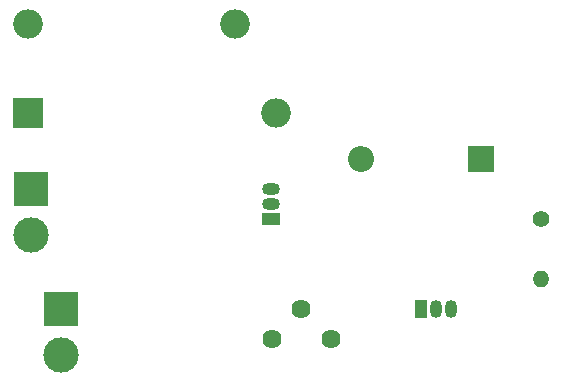
<source format=gbr>
%TF.GenerationSoftware,KiCad,Pcbnew,(6.0.4)*%
%TF.CreationDate,2022-06-07T17:35:18+05:30*%
%TF.ProjectId,sneka batch,736e656b-6120-4626-9174-63682e6b6963,rev?*%
%TF.SameCoordinates,Original*%
%TF.FileFunction,Soldermask,Top*%
%TF.FilePolarity,Negative*%
%FSLAX46Y46*%
G04 Gerber Fmt 4.6, Leading zero omitted, Abs format (unit mm)*
G04 Created by KiCad (PCBNEW (6.0.4)) date 2022-06-07 17:35:18*
%MOMM*%
%LPD*%
G01*
G04 APERTURE LIST*
%ADD10R,3.000000X3.000000*%
%ADD11C,3.000000*%
%ADD12C,1.620000*%
%ADD13C,1.400000*%
%ADD14O,1.400000X1.400000*%
%ADD15R,1.500000X1.050000*%
%ADD16O,1.500000X1.050000*%
%ADD17R,1.050000X1.500000*%
%ADD18O,1.050000X1.500000*%
%ADD19R,2.500000X2.500000*%
%ADD20O,2.500000X2.500000*%
%ADD21R,2.200000X2.200000*%
%ADD22O,2.200000X2.200000*%
G04 APERTURE END LIST*
D10*
%TO.C,J2*%
X127000000Y-60960000D03*
D11*
X127000000Y-64840000D03*
%TD*%
D12*
%TO.C,RV1*%
X147360000Y-73620000D03*
X149860000Y-71120000D03*
X152360000Y-73620000D03*
%TD*%
D13*
%TO.C,R1*%
X170180000Y-63500000D03*
D14*
X170180000Y-68580000D03*
%TD*%
D15*
%TO.C,Q2*%
X147320000Y-63500000D03*
D16*
X147320000Y-62230000D03*
X147320000Y-60960000D03*
%TD*%
D17*
%TO.C,Q1*%
X160020000Y-71120000D03*
D18*
X161290000Y-71120000D03*
X162560000Y-71120000D03*
%TD*%
D19*
%TO.C,K1*%
X126752500Y-54457500D03*
D20*
X147752500Y-54457500D03*
X144252500Y-46957500D03*
X126752500Y-46957500D03*
%TD*%
D10*
%TO.C,J1*%
X129540000Y-71120000D03*
D11*
X129540000Y-75000000D03*
%TD*%
D21*
%TO.C,D1*%
X165100000Y-58420000D03*
D22*
X154940000Y-58420000D03*
%TD*%
M02*

</source>
